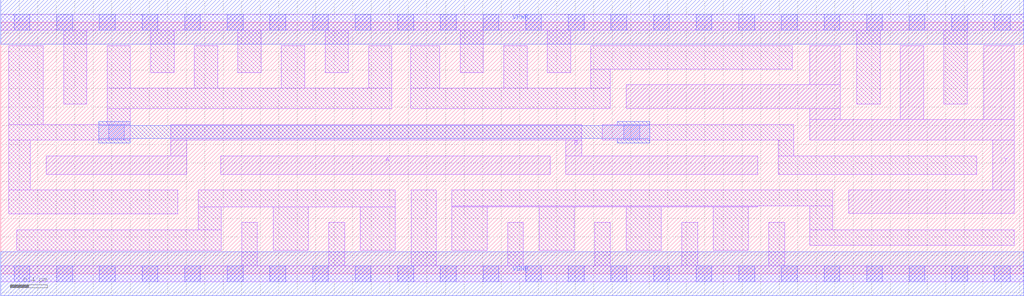
<source format=lef>
# Copyright 2020 The SkyWater PDK Authors
#
# Licensed under the Apache License, Version 2.0 (the "License");
# you may not use this file except in compliance with the License.
# You may obtain a copy of the License at
#
#     https://www.apache.org/licenses/LICENSE-2.0
#
# Unless required by applicable law or agreed to in writing, software
# distributed under the License is distributed on an "AS IS" BASIS,
# WITHOUT WARRANTIES OR CONDITIONS OF ANY KIND, either express or implied.
# See the License for the specific language governing permissions and
# limitations under the License.
#
# SPDX-License-Identifier: Apache-2.0

VERSION 5.7 ;
BUSBITCHARS "[]" ;
DIVIDERCHAR "/" ;
PROPERTYDEFINITIONS
  MACRO maskLayoutSubType STRING ;
  MACRO prCellType STRING ;
  MACRO originalViewName STRING ;
END PROPERTYDEFINITIONS
MACRO sky130_fd_sc_hdll__xnor2_4
  ORIGIN  0.000000  0.000000 ;
  CLASS CORE ;
  SYMMETRY X Y R90 ;
  SIZE  11.04000 BY  2.720000 ;
  SITE unithd ;
  PIN A
    ANTENNAGATEAREA  2.220000 ;
    DIRECTION INPUT ;
    USE SIGNAL ;
    PORT
      LAYER li1 ;
        RECT 2.375000 1.075000 5.930000 1.275000 ;
    END
  END A
  PIN B
    ANTENNAGATEAREA  2.220000 ;
    DIRECTION INPUT ;
    USE SIGNAL ;
    PORT
      LAYER li1 ;
        RECT 0.490000 1.075000 2.005000 1.275000 ;
        RECT 1.835000 1.275000 2.005000 1.445000 ;
        RECT 1.835000 1.445000 6.270000 1.615000 ;
        RECT 6.100000 1.075000 8.170000 1.275000 ;
        RECT 6.100000 1.275000 6.270000 1.445000 ;
    END
  END B
  PIN VGND
    DIRECTION INOUT ;
    USE SIGNAL ;
    PORT
      LAYER met1 ;
        RECT 0.000000 -0.240000 11.040000 0.240000 ;
    END
  END VGND
  PIN VPWR
    DIRECTION INOUT ;
    USE SIGNAL ;
    PORT
      LAYER met1 ;
        RECT 0.000000 2.480000 11.040000 2.960000 ;
    END
  END VPWR
  PIN Y
    ANTENNADIFFAREA  1.858500 ;
    DIRECTION OUTPUT ;
    USE SIGNAL ;
    PORT
      LAYER li1 ;
        RECT  6.750000 1.785000  9.060000 2.045000 ;
        RECT  8.730000 1.445000 10.940000 1.665000 ;
        RECT  8.730000 1.665000  9.060000 1.785000 ;
        RECT  8.730000 2.045000  9.060000 2.465000 ;
        RECT  9.150000 0.655000 10.940000 0.905000 ;
        RECT  9.710000 1.665000  9.960000 2.465000 ;
        RECT 10.610000 1.665000 10.940000 2.465000 ;
        RECT 10.705000 0.905000 10.940000 1.445000 ;
    END
  END Y
  OBS
    LAYER li1 ;
      RECT  0.000000 -0.085000 11.040000 0.085000 ;
      RECT  0.000000  2.635000 11.040000 2.805000 ;
      RECT  0.085000  0.645000  1.910000 0.905000 ;
      RECT  0.085000  0.905000  0.320000 1.445000 ;
      RECT  0.085000  1.445000  1.400000 1.615000 ;
      RECT  0.085000  1.615000  0.460000 2.465000 ;
      RECT  0.170000  0.255000  2.380000 0.475000 ;
      RECT  0.680000  1.835000  0.930000 2.635000 ;
      RECT  1.150000  1.615000  1.400000 1.785000 ;
      RECT  1.150000  1.785000  4.220000 2.005000 ;
      RECT  1.150000  2.005000  1.400000 2.465000 ;
      RECT  1.620000  2.175000  1.870000 2.635000 ;
      RECT  2.090000  2.005000  2.340000 2.465000 ;
      RECT  2.130000  0.475000  2.380000 0.725000 ;
      RECT  2.130000  0.725000  4.260000 0.905000 ;
      RECT  2.560000  2.175000  2.810000 2.635000 ;
      RECT  2.600000  0.085000  2.770000 0.555000 ;
      RECT  2.940000  0.255000  3.320000 0.725000 ;
      RECT  3.030000  2.005000  3.280000 2.465000 ;
      RECT  3.500000  2.175000  3.750000 2.635000 ;
      RECT  3.540000  0.085000  3.710000 0.555000 ;
      RECT  3.880000  0.255000  4.260000 0.725000 ;
      RECT  3.970000  2.005000  4.220000 2.465000 ;
      RECT  4.425000  1.785000  6.580000 2.005000 ;
      RECT  4.425000  2.005000  4.740000 2.465000 ;
      RECT  4.430000  0.085000  4.700000 0.905000 ;
      RECT  4.870000  0.255000  5.250000 0.725000 ;
      RECT  4.870000  0.725000  8.170000 0.735000 ;
      RECT  4.870000  0.735000  8.980000 0.905000 ;
      RECT  4.960000  2.175000  5.210000 2.635000 ;
      RECT  5.430000  2.005000  5.680000 2.465000 ;
      RECT  5.470000  0.085000  5.640000 0.555000 ;
      RECT  5.810000  0.255000  6.190000 0.725000 ;
      RECT  5.900000  2.175000  6.150000 2.635000 ;
      RECT  6.370000  2.005000  6.580000 2.215000 ;
      RECT  6.370000  2.215000  8.540000 2.465000 ;
      RECT  6.410000  0.085000  6.580000 0.555000 ;
      RECT  6.490000  1.445000  8.560000 1.615000 ;
      RECT  6.750000  0.255000  7.130000 0.725000 ;
      RECT  7.350000  0.085000  7.520000 0.555000 ;
      RECT  7.690000  0.255000  8.070000 0.725000 ;
      RECT  8.290000  0.085000  8.460000 0.555000 ;
      RECT  8.390000  1.075000 10.535000 1.275000 ;
      RECT  8.390000  1.275000  8.560000 1.445000 ;
      RECT  8.730000  0.305000 10.940000 0.475000 ;
      RECT  8.730000  0.475000  8.980000 0.735000 ;
      RECT  9.240000  1.835000  9.490000 2.635000 ;
      RECT 10.180000  1.835000 10.430000 2.635000 ;
    LAYER mcon ;
      RECT  0.145000 -0.085000  0.315000 0.085000 ;
      RECT  0.145000  2.635000  0.315000 2.805000 ;
      RECT  0.605000 -0.085000  0.775000 0.085000 ;
      RECT  0.605000  2.635000  0.775000 2.805000 ;
      RECT  1.065000 -0.085000  1.235000 0.085000 ;
      RECT  1.065000  2.635000  1.235000 2.805000 ;
      RECT  1.165000  1.445000  1.335000 1.615000 ;
      RECT  1.525000 -0.085000  1.695000 0.085000 ;
      RECT  1.525000  2.635000  1.695000 2.805000 ;
      RECT  1.985000 -0.085000  2.155000 0.085000 ;
      RECT  1.985000  2.635000  2.155000 2.805000 ;
      RECT  2.445000 -0.085000  2.615000 0.085000 ;
      RECT  2.445000  2.635000  2.615000 2.805000 ;
      RECT  2.905000 -0.085000  3.075000 0.085000 ;
      RECT  2.905000  2.635000  3.075000 2.805000 ;
      RECT  3.365000 -0.085000  3.535000 0.085000 ;
      RECT  3.365000  2.635000  3.535000 2.805000 ;
      RECT  3.825000 -0.085000  3.995000 0.085000 ;
      RECT  3.825000  2.635000  3.995000 2.805000 ;
      RECT  4.285000 -0.085000  4.455000 0.085000 ;
      RECT  4.285000  2.635000  4.455000 2.805000 ;
      RECT  4.745000 -0.085000  4.915000 0.085000 ;
      RECT  4.745000  2.635000  4.915000 2.805000 ;
      RECT  5.205000 -0.085000  5.375000 0.085000 ;
      RECT  5.205000  2.635000  5.375000 2.805000 ;
      RECT  5.665000 -0.085000  5.835000 0.085000 ;
      RECT  5.665000  2.635000  5.835000 2.805000 ;
      RECT  6.125000 -0.085000  6.295000 0.085000 ;
      RECT  6.125000  2.635000  6.295000 2.805000 ;
      RECT  6.585000 -0.085000  6.755000 0.085000 ;
      RECT  6.585000  2.635000  6.755000 2.805000 ;
      RECT  6.725000  1.445000  6.895000 1.615000 ;
      RECT  7.045000 -0.085000  7.215000 0.085000 ;
      RECT  7.045000  2.635000  7.215000 2.805000 ;
      RECT  7.505000 -0.085000  7.675000 0.085000 ;
      RECT  7.505000  2.635000  7.675000 2.805000 ;
      RECT  7.965000 -0.085000  8.135000 0.085000 ;
      RECT  7.965000  2.635000  8.135000 2.805000 ;
      RECT  8.425000 -0.085000  8.595000 0.085000 ;
      RECT  8.425000  2.635000  8.595000 2.805000 ;
      RECT  8.885000 -0.085000  9.055000 0.085000 ;
      RECT  8.885000  2.635000  9.055000 2.805000 ;
      RECT  9.345000 -0.085000  9.515000 0.085000 ;
      RECT  9.345000  2.635000  9.515000 2.805000 ;
      RECT  9.805000 -0.085000  9.975000 0.085000 ;
      RECT  9.805000  2.635000  9.975000 2.805000 ;
      RECT 10.265000 -0.085000 10.435000 0.085000 ;
      RECT 10.265000  2.635000 10.435000 2.805000 ;
      RECT 10.725000 -0.085000 10.895000 0.085000 ;
      RECT 10.725000  2.635000 10.895000 2.805000 ;
    LAYER met1 ;
      RECT 1.055000 1.415000 1.395000 1.460000 ;
      RECT 1.055000 1.460000 7.005000 1.600000 ;
      RECT 1.055000 1.600000 1.395000 1.645000 ;
      RECT 6.655000 1.415000 7.005000 1.460000 ;
      RECT 6.655000 1.600000 7.005000 1.645000 ;
  END
  PROPERTY maskLayoutSubType "abstract" ;
  PROPERTY prCellType "standard" ;
  PROPERTY originalViewName "layout" ;
END sky130_fd_sc_hdll__xnor2_4

</source>
